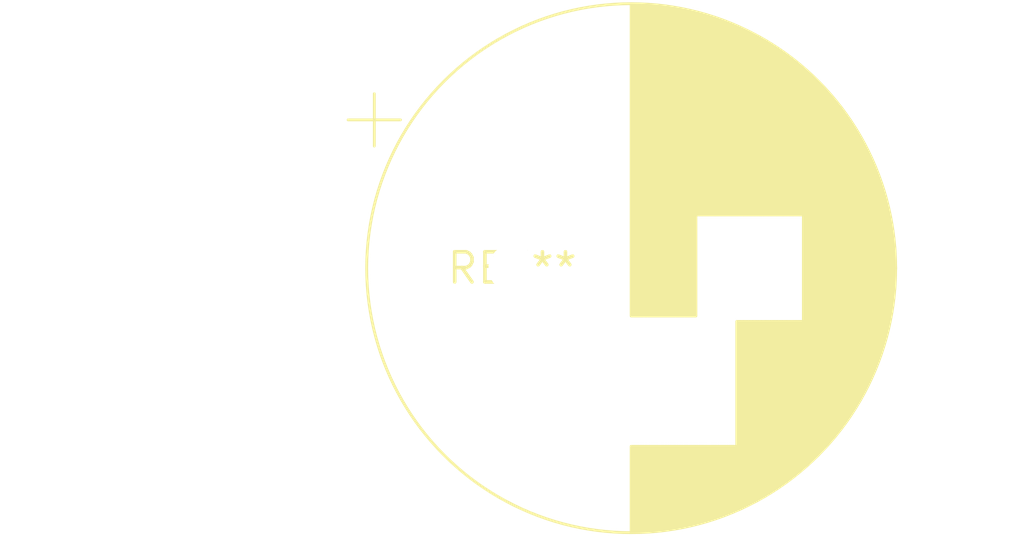
<source format=kicad_pcb>
(kicad_pcb (version 20240108) (generator pcbnew)
  (layers (0 "F.Cu" signal) (31 "B.Cu" signal) (34 "B.Paste" user) (35 "F.Paste" user) (36 "B.SilkS" user "B.Silkscreen") (37 "F.SilkS" user "F.Silkscreen") (38 "B.Mask" user) (39 "F.Mask" user) (44 "Edge.Cuts" user))
  (net 0 "")
  (footprint "CP_Radial_D22.0mm_P10.00mm_3pin_SnapIn" (layer "F.Cu") (at 0 0)
    (property "Reference" "REF**")
    (property "Value" "CP_Radial_D22.0mm_P10.00mm_3pin_SnapIn")
    (fp_line (start -6.899337 -6.235) (end -4.699337 -6.235) (layer "F.SilkS") (stroke (width 0.12)))
    (fp_line (start -5.799337 -7.335) (end -5.799337 -5.135) (layer "F.SilkS") (stroke (width 0.12)))
    (fp_line (start 5 -11.081) (end 5 2.01) (layer "F.SilkS") (stroke (width 0.12)))
    (fp_line (start 5 7.49) (end 5 11.081) (layer "F.SilkS") (stroke (width 0.12)))
    (fp_line (start 5.04 -11.08) (end 5.04 2.01) (layer "F.SilkS") (stroke (width 0.12)))
    (fp_line (start 5.04 7.49) (end 5.04 11.08) (layer "F.SilkS") (stroke (width 0.12)))
    (fp_line (start 5.08 -11.08) (end 5.08 2.01) (layer "F.SilkS") (stroke (width 0.12)))
    (fp_line (start 5.08 7.49) (end 5.08 11.08) (layer "F.SilkS") (stroke (width 0.12)))
    (fp_line (start 5.12 -11.08) (end 5.12 2.01) (layer "F.SilkS") (stroke (width 0.12)))
    (fp_line (start 5.12 7.49) (end 5.12 11.08) (layer "F.SilkS") (stroke (width 0.12)))
    (fp_line (start 5.16 -11.079) (end 5.16 2.01) (layer "F.SilkS") (stroke (width 0.12)))
    (fp_line (start 5.16 7.49) (end 5.16 11.079) (layer "F.SilkS") (stroke (width 0.12)))
    (fp_line (start 5.2 -11.079) (end 5.2 2.01) (layer "F.SilkS") (stroke (width 0.12)))
    (fp_line (start 5.2 7.49) (end 5.2 11.079) (layer "F.SilkS") (stroke (width 0.12)))
    (fp_line (start 5.24 -11.078) (end 5.24 2.01) (layer "F.SilkS") (stroke (width 0.12)))
    (fp_line (start 5.24 7.49) (end 5.24 11.078) (layer "F.SilkS") (stroke (width 0.12)))
    (fp_line (start 5.28 -11.077) (end 5.28 2.01) (layer "F.SilkS") (stroke (width 0.12)))
    (fp_line (start 5.28 7.49) (end 5.28 11.077) (layer "F.SilkS") (stroke (width 0.12)))
    (fp_line (start 5.32 -11.076) (end 5.32 2.01) (layer "F.SilkS") (stroke (width 0.12)))
    (fp_line (start 5.32 7.49) (end 5.32 11.076) (layer "F.SilkS") (stroke (width 0.12)))
    (fp_line (start 5.36 -11.075) (end 5.36 2.01) (layer "F.SilkS") (stroke (width 0.12)))
    (fp_line (start 5.36 7.49) (end 5.36 11.075) (layer "F.SilkS") (stroke (width 0.12)))
    (fp_line (start 5.4 -11.073) (end 5.4 2.01) (layer "F.SilkS") (stroke (width 0.12)))
    (fp_line (start 5.4 7.49) (end 5.4 11.073) (layer "F.SilkS") (stroke (width 0.12)))
    (fp_line (start 5.44 -11.072) (end 5.44 2.01) (layer "F.SilkS") (stroke (width 0.12)))
    (fp_line (start 5.44 7.49) (end 5.44 11.072) (layer "F.SilkS") (stroke (width 0.12)))
    (fp_line (start 5.48 -11.07) (end 5.48 2.01) (layer "F.SilkS") (stroke (width 0.12)))
    (fp_line (start 5.48 7.49) (end 5.48 11.07) (layer "F.SilkS") (stroke (width 0.12)))
    (fp_line (start 5.52 -11.068) (end 5.52 2.01) (layer "F.SilkS") (stroke (width 0.12)))
    (fp_line (start 5.52 7.49) (end 5.52 11.068) (layer "F.SilkS") (stroke (width 0.12)))
    (fp_line (start 5.56 -11.066) (end 5.56 2.01) (layer "F.SilkS") (stroke (width 0.12)))
    (fp_line (start 5.56 7.49) (end 5.56 11.066) (layer "F.SilkS") (stroke (width 0.12)))
    (fp_line (start 5.6 -11.064) (end 5.6 2.01) (layer "F.SilkS") (stroke (width 0.12)))
    (fp_line (start 5.6 7.49) (end 5.6 11.064) (layer "F.SilkS") (stroke (width 0.12)))
    (fp_line (start 5.64 -11.062) (end 5.64 2.01) (layer "F.SilkS") (stroke (width 0.12)))
    (fp_line (start 5.64 7.49) (end 5.64 11.062) (layer "F.SilkS") (stroke (width 0.12)))
    (fp_line (start 5.68 -11.06) (end 5.68 2.01) (layer "F.SilkS") (stroke (width 0.12)))
    (fp_line (start 5.68 7.49) (end 5.68 11.06) (layer "F.SilkS") (stroke (width 0.12)))
    (fp_line (start 5.721 -11.057) (end 5.721 2.01) (layer "F.SilkS") (stroke (width 0.12)))
    (fp_line (start 5.721 7.49) (end 5.721 11.057) (layer "F.SilkS") (stroke (width 0.12)))
    (fp_line (start 5.761 -11.054) (end 5.761 2.01) (layer "F.SilkS") (stroke (width 0.12)))
    (fp_line (start 5.761 7.49) (end 5.761 11.054) (layer "F.SilkS") (stroke (width 0.12)))
    (fp_line (start 5.801 -11.052) (end 5.801 2.01) (layer "F.SilkS") (stroke (width 0.12)))
    (fp_line (start 5.801 7.49) (end 5.801 11.052) (layer "F.SilkS") (stroke (width 0.12)))
    (fp_line (start 5.841 -11.049) (end 5.841 2.01) (layer "F.SilkS") (stroke (width 0.12)))
    (fp_line (start 5.841 7.49) (end 5.841 11.049) (layer "F.SilkS") (stroke (width 0.12)))
    (fp_line (start 5.881 -11.046) (end 5.881 2.01) (layer "F.SilkS") (stroke (width 0.12)))
    (fp_line (start 5.881 7.49) (end 5.881 11.046) (layer "F.SilkS") (stroke (width 0.12)))
    (fp_line (start 5.921 -11.042) (end 5.921 2.01) (layer "F.SilkS") (stroke (width 0.12)))
    (fp_line (start 5.921 7.49) (end 5.921 11.042) (layer "F.SilkS") (stroke (width 0.12)))
    (fp_line (start 5.961 -11.039) (end 5.961 2.01) (layer "F.SilkS") (stroke (width 0.12)))
    (fp_line (start 5.961 7.49) (end 5.961 11.039) (layer "F.SilkS") (stroke (width 0.12)))
    (fp_line (start 6.001 -11.035) (end 6.001 2.01) (layer "F.SilkS") (stroke (width 0.12)))
    (fp_line (start 6.001 7.49) (end 6.001 11.035) (layer "F.SilkS") (stroke (width 0.12)))
    (fp_line (start 6.041 -11.032) (end 6.041 2.01) (layer "F.SilkS") (stroke (width 0.12)))
    (fp_line (start 6.041 7.49) (end 6.041 11.032) (layer "F.SilkS") (stroke (width 0.12)))
    (fp_line (start 6.081 -11.028) (end 6.081 2.01) (layer "F.SilkS") (stroke (width 0.12)))
    (fp_line (start 6.081 7.49) (end 6.081 11.028) (layer "F.SilkS") (stroke (width 0.12)))
    (fp_line (start 6.121 -11.024) (end 6.121 2.01) (layer "F.SilkS") (stroke (width 0.12)))
    (fp_line (start 6.121 7.49) (end 6.121 11.024) (layer "F.SilkS") (stroke (width 0.12)))
    (fp_line (start 6.161 -11.02) (end 6.161 2.01) (layer "F.SilkS") (stroke (width 0.12)))
    (fp_line (start 6.161 7.49) (end 6.161 11.02) (layer "F.SilkS") (stroke (width 0.12)))
    (fp_line (start 6.201 -11.016) (end 6.201 2.01) (layer "F.SilkS") (stroke (width 0.12)))
    (fp_line (start 6.201 7.49) (end 6.201 11.016) (layer "F.SilkS") (stroke (width 0.12)))
    (fp_line (start 6.241 -11.011) (end 6.241 2.01) (layer "F.SilkS") (stroke (width 0.12)))
    (fp_line (start 6.241 7.49) (end 6.241 11.011) (layer "F.SilkS") (stroke (width 0.12)))
    (fp_line (start 6.281 -11.007) (end 6.281 2.01) (layer "F.SilkS") (stroke (width 0.12)))
    (fp_line (start 6.281 7.49) (end 6.281 11.007) (layer "F.SilkS") (stroke (width 0.12)))
    (fp_line (start 6.321 -11.002) (end 6.321 2.01) (layer "F.SilkS") (stroke (width 0.12)))
    (fp_line (start 6.321 7.49) (end 6.321 11.002) (layer "F.SilkS") (stroke (width 0.12)))
    (fp_line (start 6.361 -10.997) (end 6.361 2.01) (layer "F.SilkS") (stroke (width 0.12)))
    (fp_line (start 6.361 7.49) (end 6.361 10.997) (layer "F.SilkS") (stroke (width 0.12)))
    (fp_line (start 6.401 -10.992) (end 6.401 2.01) (layer "F.SilkS") (stroke (width 0.12)))
    (fp_line (start 6.401 7.49) (end 6.401 10.992) (layer "F.SilkS") (stroke (width 0.12)))
    (fp_line (start 6.441 -10.987) (end 6.441 2.01) (layer "F.SilkS") (stroke (width 0.12)))
    (fp_line (start 6.441 7.49) (end 6.441 10.987) (layer "F.SilkS") (stroke (width 0.12)))
    (fp_line (start 6.481 -10.982) (end 6.481 2.01) (layer "F.SilkS") (stroke (width 0.12)))
    (fp_line (start 6.481 7.49) (end 6.481 10.982) (layer "F.SilkS") (stroke (width 0.12)))
    (fp_line (start 6.521 -10.976) (end 6.521 2.01) (layer "F.SilkS") (stroke (width 0.12)))
    (fp_line (start 6.521 7.49) (end 6.521 10.976) (layer "F.SilkS") (stroke (width 0.12)))
    (fp_line (start 6.561 -10.971) (end 6.561 2.01) (layer "F.SilkS") (stroke (width 0.12)))
    (fp_line (start 6.561 7.49) (end 6.561 10.971) (layer "F.SilkS") (stroke (width 0.12)))
    (fp_line (start 6.601 -10.965) (end 6.601 2.01) (layer "F.SilkS") (stroke (width 0.12)))
    (fp_line (start 6.601 7.49) (end 6.601 10.965) (layer "F.SilkS") (stroke (width 0.12)))
    (fp_line (start 6.641 -10.959) (end 6.641 2.01) (layer "F.SilkS") (stroke (width 0.12)))
    (fp_line (start 6.641 7.49) (end 6.641 10.959) (layer "F.SilkS") (stroke (width 0.12)))
    (fp_line (start 6.681 -10.953) (end 6.681 2.01) (layer "F.SilkS") (stroke (width 0.12)))
    (fp_line (start 6.681 7.49) (end 6.681 10.953) (layer "F.SilkS") (stroke (width 0.12)))
    (fp_line (start 6.721 -10.947) (end 6.721 2.01) (layer "F.SilkS") (stroke (width 0.12)))
    (fp_line (start 6.721 7.49) (end 6.721 10.947) (layer "F.SilkS") (stroke (width 0.12)))
    (fp_line (start 6.761 -10.94) (end 6.761 2.01) (layer "F.SilkS") (stroke (width 0.12)))
    (fp_line (start 6.761 7.49) (end 6.761 10.94) (layer "F.SilkS") (stroke (width 0.12)))
    (fp_line (start 6.801 -10.934) (end 6.801 2.01) (layer "F.SilkS") (stroke (width 0.12)))
    (fp_line (start 6.801 7.49) (end 6.801 10.934) (layer "F.SilkS") (stroke (width 0.12)))
    (fp_line (start 6.841 -10.927) (end 6.841 2.01) (layer "F.SilkS") (stroke (width 0.12)))
    (fp_line (start 6.841 7.49) (end 6.841 10.927) (layer "F.SilkS") (stroke (width 0.12)))
    (fp_line (start 6.881 -10.92) (end 6.881 2.01) (layer "F.SilkS") (stroke (width 0.12)))
    (fp_line (start 6.881 7.49) (end 6.881 10.92) (layer "F.SilkS") (stroke (width 0.12)))
    (fp_line (start 6.921 -10.913) (end 6.921 2.01) (layer "F.SilkS") (stroke (width 0.12)))
    (fp_line (start 6.921 7.49) (end 6.921 10.913) (layer "F.SilkS") (stroke (width 0.12)))
    (fp_line (start 6.961 -10.906) (end 6.961 2.01) (layer "F.SilkS") (stroke (width 0.12)))
    (fp_line (start 6.961 7.49) (end 6.961 10.906) (layer "F.SilkS") (stroke (width 0.12)))
    (fp_line (start 7.001 -10.899) (end 7.001 2.01) (layer "F.SilkS") (stroke (width 0.12)))
    (fp_line (start 7.001 7.49) (end 7.001 10.899) (layer "F.SilkS") (stroke (width 0.12)))
    (fp_line (start 7.041 -10.892) (end 7.041 2.01) (layer "F.SilkS") (stroke (width 0.12)))
    (fp_line (start 7.041 7.49) (end 7.041 10.892) (layer "F.SilkS") (stroke (width 0.12)))
    (fp_line (start 7.081 -10.884) (end 7.081 2.01) (layer "F.SilkS") (stroke (width 0.12)))
    (fp_line (start 7.081 7.49) (end 7.081 10.884) (layer "F.SilkS") (stroke (width 0.12)))
    (fp_line (start 7.121 -10.877) (end 7.121 2.01) (layer "F.SilkS") (stroke (width 0.12)))
    (fp_line (start 7.121 7.49) (end 7.121 10.877) (layer "F.SilkS") (stroke (width 0.12)))
    (fp_line (start 7.161 -10.869) (end 7.161 2.01) (layer "F.SilkS") (stroke (width 0.12)))
    (fp_line (start 7.161 7.49) (end 7.161 10.869) (layer "F.SilkS") (stroke (width 0.12)))
    (fp_line (start 7.201 -10.861) (end 7.201 2.01) (layer "F.SilkS") (stroke (width 0.12)))
    (fp_line (start 7.201 7.49) (end 7.201 10.861) (layer "F.SilkS") (stroke (width 0.12)))
    (fp_line (start 7.241 -10.853) (end 7.241 2.01) (layer "F.SilkS") (stroke (width 0.12)))
    (fp_line (start 7.241 7.49) (end 7.241 10.853) (layer "F.SilkS") (stroke (width 0.12)))
    (fp_line (start 7.281 -10.844) (end 7.281 2.01) (layer "F.SilkS") (stroke (width 0.12)))
    (fp_line (start 7.281 7.49) (end 7.281 10.844) (layer "F.SilkS") (stroke (width 0.12)))
    (fp_line (start 7.321 -10.836) (end 7.321 2.01) (layer "F.SilkS") (stroke (width 0.12)))
    (fp_line (start 7.321 7.49) (end 7.321 10.836) (layer "F.SilkS") (stroke (width 0.12)))
    (fp_line (start 7.361 -10.827) (end 7.361 2.01) (layer "F.SilkS") (stroke (width 0.12)))
    (fp_line (start 7.361 7.49) (end 7.361 10.827) (layer "F.SilkS") (stroke (width 0.12)))
    (fp_line (start 7.401 -10.818) (end 7.401 2.01) (layer "F.SilkS") (stroke (width 0.12)))
    (fp_line (start 7.401 7.49) (end 7.401 10.818) (layer "F.SilkS") (stroke (width 0.12)))
    (fp_line (start 7.441 -10.809) (end 7.441 2.01) (layer "F.SilkS") (stroke (width 0.12)))
    (fp_line (start 7.441 7.49) (end 7.441 10.809) (layer "F.SilkS") (stroke (width 0.12)))
    (fp_line (start 7.481 -10.8) (end 7.481 2.01) (layer "F.SilkS") (stroke (width 0.12)))
    (fp_line (start 7.481 7.49) (end 7.481 10.8) (layer "F.SilkS") (stroke (width 0.12)))
    (fp_line (start 7.521 -10.791) (end 7.521 2.01) (layer "F.SilkS") (stroke (width 0.12)))
    (fp_line (start 7.521 7.49) (end 7.521 10.791) (layer "F.SilkS") (stroke (width 0.12)))
    (fp_line (start 7.561 -10.782) (end 7.561 2.01) (layer "F.SilkS") (stroke (width 0.12)))
    (fp_line (start 7.561 7.49) (end 7.561 10.782) (layer "F.SilkS") (stroke (width 0.12)))
    (fp_line (start 7.601 -10.772) (end 7.601 2.01) (layer "F.SilkS") (stroke (width 0.12)))
    (fp_line (start 7.601 7.49) (end 7.601 10.772) (layer "F.SilkS") (stroke (width 0.12)))
    (fp_line (start 7.641 -10.763) (end 7.641 2.01) (layer "F.SilkS") (stroke (width 0.12)))
    (fp_line (start 7.641 7.49) (end 7.641 10.763) (layer "F.SilkS") (stroke (width 0.12)))
    (fp_line (start 7.681 -10.753) (end 7.681 2.01) (layer "F.SilkS") (stroke (width 0.12)))
    (fp_line (start 7.681 7.49) (end 7.681 10.753) (layer "F.SilkS") (stroke (width 0.12)))
    (fp_line (start 7.721 -10.743) (end 7.721 2.01) (layer "F.SilkS") (stroke (width 0.12)))
    (fp_line (start 7.721 7.49) (end 7.721 10.743) (layer "F.SilkS") (stroke (width 0.12)))
    (fp_line (start 7.761 -10.733) (end 7.761 -2.24) (layer "F.SilkS") (stroke (width 0.12)))
    (fp_line (start 7.761 7.49) (end 7.761 10.733) (layer "F.SilkS") (stroke (width 0.12)))
    (fp_line (start 7.801 -10.722) (end 7.801 -2.24) (layer "F.SilkS") (stroke (width 0.12)))
    (fp_line (start 7.801 7.49) (end 7.801 10.722) (layer "F.SilkS") (stroke (width 0.12)))
    (fp_line (start 7.841 -10.712) (end 7.841 -2.24) (layer "F.SilkS") (stroke (width 0.12)))
    (fp_line (start 7.841 7.49) (end 7.841 10.712) (layer "F.SilkS") (stroke (width 0.12)))
    (fp_line (start 7.881 -10.701) (end 7.881 -2.24) (layer "F.SilkS") (stroke (width 0.12)))
    (fp_line (start 7.881 7.49) (end 7.881 10.701) (layer "F.SilkS") (stroke (width 0.12)))
    (fp_line (start 7.921 -10.69) (end 7.921 -2.24) (layer "F.SilkS") (stroke (width 0.12)))
    (fp_line (start 7.921 7.49) (end 7.921 10.69) (layer "F.SilkS") (stroke (width 0.12)))
    (fp_line (start 7.961 -10.679) (end 7.961 -2.24) (layer "F.SilkS") (stroke (width 0.12)))
    (fp_line (start 7.961 7.49) (end 7.961 10.679) (layer "F.SilkS") (stroke (width 0.12)))
    (fp_line (start 8.001 -10.668) (end 8.001 -2.24) (layer "F.SilkS") (stroke (width 0.12)))
    (fp_line (start 8.001 7.49) (end 8.001 10.668) (layer "F.SilkS") (stroke (width 0.12)))
    (fp_line (start 8.041 -10.657) (end 8.041 -2.24) (layer "F.SilkS") (stroke (width 0.12)))
    (fp_line (start 8.041 7.49) (end 8.041 10.657) (layer "F.SilkS") (stroke (width 0.12)))
    (fp_line (start 8.081 -10.645) (end 8.081 -2.24) (layer "F.SilkS") (stroke (width 0.12)))
    (fp_line (start 8.081 7.49) (end 8.081 10.645) (layer "F.SilkS") (stroke (width 0.12)))
    (fp_line (start 8.121 -10.634) (end 8.121 -2.24) (layer "F.SilkS") (stroke (width 0.12)))
    (fp_line (start 8.121 7.49) (end 8.121 10.634) (layer "F.SilkS") (stroke (width 0.12)))
    (fp_line (start 8.161 -10.622) (end 8.161 -2.24) (layer "F.SilkS") (stroke (width 0.12)))
    (fp_line (start 8.161 7.49) (end 8.161 10.622) (layer "F.SilkS") (stroke (width 0.12)))
    (fp_line (start 8.201 -10.61) (end 8.201 -2.24) (layer "F.SilkS") (stroke (width 0.12)))
    (fp_line (start 8.201 7.49) (end 8.201 10.61) (layer "F.SilkS") (stroke (width 0.12)))
    (fp_line (start 8.241 -10.598) (end 8.241 -2.24) (layer "F.SilkS") (stroke (width 0.12)))
    (fp_line (start 8.241 7.49) (end 8.241 10.598) (layer "F.SilkS") (stroke (width 0.12)))
    (fp_line (start 8.281 -10.586) (end 8.281 -2.24) (layer "F.SilkS") (stroke (width 0.12)))
    (fp_line (start 8.281 7.49) (end 8.281 10.586) (layer "F.SilkS") (stroke (width 0.12)))
    (fp_line (start 8.321 -10.573) (end 8.321 -2.24) (layer "F.SilkS") (stroke (width 0.12)))
    (fp_line (start 8.321 7.49) (end 8.321 10.573) (layer "F.SilkS") (stroke (width 0.12)))
    (fp_line (start 8.361 -10.561) (end 8.361 -2.24) (layer "F.SilkS") (stroke (width 0.12)))
    (fp_line (start 8.361 7.49) (end 8.361 10.561) (layer "F.SilkS") (stroke (width 0.12)))
    (fp_line (start 8.401 -10.548) (end 8.401 -2.24) (layer "F.SilkS") (stroke (width 0.12)))
    (fp_line (start 8.401 7.49) (end 8.401 10.548) (layer "F.SilkS") (stroke (width 0.12)))
    (fp_line (start 8.441 -10.535) (end 8.441 -2.24) (layer "F.SilkS") (stroke (width 0.12)))
    (fp_line (start 8.441 7.49) (end 8.441 10.535) (layer "F.SilkS") (stroke (width 0.12)))
    (fp_line (start 8.481 -10.522) (end 8.481 -2.24) (layer "F.SilkS") (stroke (width 0.12)))
    (fp_line (start 8.481 7.49) (end 8.481 10.522) (layer "F.SilkS") (stroke (width 0.12)))
    (fp_line (start 8.521 -10.509) (end 8.521 -2.24) (layer "F.SilkS") (stroke (width 0.12)))
    (fp_line (start 8.521 7.49) (end 8.521 10.509) (layer "F.SilkS") (stroke (width 0.12)))
    (fp_line (start 8.561 -10.495) (end 8.561 -2.24) (layer "F.SilkS") (stroke (width 0.12)))
    (fp_line (start 8.561 7.49) (end 8.561 10.495) (layer "F.SilkS") (stroke (width 0.12)))
    (fp_line (start 8.601 -10.482) (end 8.601 -2.24) (layer "F.SilkS") (stroke (width 0.12)))
    (fp_line (start 8.601 7.49) (end 8.601 10.482) (layer "F.SilkS") (stroke (width 0.12)))
    (fp_line (start 8.641 -10.468) (end 8.641 -2.24) (layer "F.SilkS") (stroke (width 0.12)))
    (fp_line (start 8.641 7.49) (end 8.641 10.468) (layer "F.SilkS") (stroke (width 0.12)))
    (fp_line (start 8.681 -10.454) (end 8.681 -2.24) (layer "F.SilkS") (stroke (width 0.12)))
    (fp_line (start 8.681 7.49) (end 8.681 10.454) (layer "F.SilkS") (stroke (width 0.12)))
    (fp_line (start 8.721 -10.44) (end 8.721 -2.24) (layer "F.SilkS") (stroke (width 0.12)))
    (fp_line (start 8.721 7.49) (end 8.721 10.44) (layer "F.SilkS") (stroke (width 0.12)))
    (fp_line (start 8.761 -10.426) (end 8.761 -2.24) (layer "F.SilkS") (stroke (width 0.12)))
    (fp_line (start 8.761 7.49) (end 8.761 10.426) (layer "F.SilkS") (stroke (width 0.12)))
    (fp_line (start 8.801 -10.411) (end 8.801 -2.24) (layer "F.SilkS") (stroke (width 0.12)))
    (fp_line (start 8.801 7.49) (end 8.801 10.411) (layer "F.SilkS") (stroke (width 0.12)))
    (fp_line (start 8.841 -10.396) (end 8.841 -2.24) (layer "F.SilkS") (stroke (width 0.12)))
    (fp_line (start 8.841 7.49) (end 8.841 10.396) (layer "F.SilkS") (stroke (width 0.12)))
    (fp_line (start 8.881 -10.382) (end 8.881 -2.24) (layer "F.SilkS") (stroke (width 0.12)))
    (fp_line (start 8.881 7.49) (end 8.881 10.382) (layer "F.SilkS") (stroke (width 0.12)))
    (fp_line (start 8.921 -10.367) (end 8.921 -2.24) (layer "F.SilkS") (stroke (width 0.12)))
    (fp_line (start 8.921 7.49) (end 8.921 10.367) (layer "F.SilkS") (stroke (width 0.12)))
    (fp_line (start 8.961 -10.351) (end 8.961 -2.24) (layer "F.SilkS") (stroke (width 0.12)))
    (fp_line (start 8.961 7.49) (end 8.961 10.351) (layer "F.SilkS") (stroke (width 0.12)))
    (fp_line (start 9.001 -10.336) (end 9.001 -2.24) (layer "F.SilkS") (stroke (width 0.12)))
    (fp_line (start 9.001 7.49) (end 9.001 10.336) (layer "F.SilkS") (stroke (width 0.12)))
    (fp_line (start 9.041 -10.321) (end 9.041 -2.24) (layer "F.SilkS") (stroke (width 0.12)))
    (fp_line (start 9.041 7.49) (end 9.041 10.321) (layer "F.SilkS") (stroke (width 0.12)))
    (fp_line (start 9.081 -10.305) (end 9.081 -2.24) (layer "F.SilkS") (stroke (width 0.12)))
    (fp_line (start 9.081 7.49) (end 9.081 10.305) (layer "F.SilkS") (stroke (width 0.12)))
    (fp_line (start 9.121 -10.289) (end 9.121 -2.24) (layer "F.SilkS") (stroke (width 0.12)))
    (fp_line (start 9.121 7.49) (end 9.121 10.289) (layer "F.SilkS") (stroke (width 0.12)))
    (fp_line (start 9.161 -10.273) (end 9.161 -2.24) (layer "F.SilkS") (stroke (width 0.12)))
    (fp_line (start 9.161 7.49) (end 9.161 10.273) (layer "F.SilkS") (stroke (width 0.12)))
    (fp_line (start 9.201 -10.257) (end 9.201 -2.24) (layer "F.SilkS") (stroke (width 0.12)))
    (fp_line (start 9.201 7.49) (end 9.201 10.257) (layer "F.SilkS") (stroke (width 0.12)))
    (fp_line (start 9.241 -10.24) (end 9.241 -2.24) (layer "F.SilkS") (stroke (width 0.12)))
    (fp_line (start 9.241 7.49) (end 9.241 10.24) (layer "F.SilkS") (stroke (width 0.12)))
    (fp_line (start 9.281 -10.224) (end 9.281 -2.24) (layer "F.SilkS") (stroke (width 0.12)))
    (fp_line (start 9.281 7.49) (end 9.281 10.224) (layer "F.SilkS") (stroke (width 0.12)))
    (fp_line (start 9.321 -10.207) (end 9.321 -2.24) (layer "F.SilkS") (stroke (width 0.12)))
    (fp_line (start 9.321 7.49) (end 9.321 10.207) (layer "F.SilkS") (stroke (width 0.12)))
    (fp_line (start 9.361 -10.19) (end 9.361 -2.24) (layer "F.SilkS") (stroke (width 0.12)))
    (fp_line (start 9.361 7.49) (end 9.361 10.19) (layer "F.SilkS") (stroke (width 0.12)))
    (fp_line (start 9.401 -10.173) (end 9.401 -2.24) (layer "F.SilkS") (stroke (width 0.12)))
    (fp_line (start 9.401 7.49) (end 9.401 10.173) (layer "F.SilkS") (stroke (width 0.12)))
    (fp_line (start 9.441 -10.156) (end 9.441 -2.24) (layer "F.SilkS") (stroke (width 0.12)))
    (fp_line (start 9.441 2.24) (end 9.441 10.156) (layer "F.SilkS") (stroke (width 0.12)))
    (fp_line (start 9.481 -10.138) (end 9.481 -2.24) (layer "F.SilkS") (stroke (width 0.12)))
    (fp_line (start 9.481 2.24) (end 9.481 10.138) (layer "F.SilkS") (stroke (width 0.12)))
    (fp_line (start 9.521 -10.12) (end 9.521 -2.24) (layer "F.SilkS") (stroke (width 0.12)))
    (fp_line (start 9.521 2.24) (end 9.521 10.12) (layer "F.SilkS") (stroke (width 0.12)))
    (fp_line (start 9.561 -10.103) (end 9.561 -2.24) (layer "F.SilkS") (stroke (width 0.12)))
    (fp_line (start 9.561 2.24) (end 9.561 10.103) (layer "F.SilkS") (stroke (width 0.12)))
    (fp_line (start 9.601 -10.084) (end 9.601 -2.24) (layer "F.SilkS") (stroke (width 0.12)))
    (fp_line (start 9.601 2.24) (end 9.601 10.084) (layer "F.SilkS") (stroke (width 0.12)))
    (fp_line (start 9.641 -10.066) (end 9.641 -2.24) (layer "F.SilkS") (stroke (width 0.12)))
    (fp_line (start 9.641 2.24) (end 9.641 10.066) (layer "F.SilkS") (stroke (width 0.12)))
    (fp_line (start 9.681 -10.048) (end 9.681 -2.24) (layer "F.SilkS") (stroke (width 0.12)))
    (fp_line (start 9.681 2.24) (end 9.681 10.048) (layer "F.SilkS") (stroke (width 0.12)))
    (fp_line (start 9.721 -10.029) (end 9.721 -2.24) (layer "F.SilkS") (stroke (width 0.12)))
    (fp_line (start 9.721 2.24) (end 9.721 10.029) (layer "F.SilkS") (stroke (width 0.12)))
    (fp_line (start 9.761 -10.01) (end 9.761 -2.24) (layer "F.SilkS") (stroke (width 0.12)))
    (fp_line (start 9.761 2.24) (end 9.761 10.01) (layer "F.SilkS") (stroke (width 0.12)))
    (fp_line (start 9.801 -9.991) (end 9.801 -2.24) (layer "F.SilkS") (stroke (width 0.12)))
    (fp_line (start 9.801 2.24) (end 9.801 9.991) (layer "F.SilkS") (stroke (width 0.12)))
    (fp_line (start 9.841 -9.972) (end 9.841 -2.24) (layer "F.SilkS") (stroke (width 0.12)))
    (fp_line (start 9.841 2.24) (end 9.841 9.972) (layer "F.SilkS") (stroke (width 0.12)))
    (fp_line (start 9.881 -9.952) (end 9.881 -2.24) (layer "F.SilkS") (stroke (width 0.12)))
    (fp_line (start 9.881 2.24) (end 9.881 9.952) (layer "F.SilkS") (stroke (width 0.12)))
    (fp_line (start 9.921 -9.933) (end 9.921 -2.24) (layer "F.SilkS") (stroke (width 0.12)))
    (fp_line (start 9.921 2.24) (end 9.921 9.933) (layer "F.SilkS") (stroke (width 0.12)))
    (fp_line (start 9.961 -9.913) (end 9.961 -2.24) (layer "F.SilkS") (stroke (width 0.12)))
    (fp_line (start 9.961 2.24) (end 9.961 9.913) (layer "F.SilkS") (stroke (width 0.12)))
    (fp_line (start 10.001 -9.893) (end 10.001 -2.24) (layer "F.SilkS") (stroke (width 0.12)))
    (fp_line (start 10.001 2.24) (end 10.001 9.893) (layer "F.SilkS") (stroke (width 0.12)))
    (fp_line (start 10.041 -9.873) (end 10.041 -2.24) (layer "F.SilkS") (stroke (width 0.12)))
    (fp_line (start 10.041 2.24) (end 10.041 9.873) (layer "F.SilkS") (stroke (width 0.12)))
    (fp_line (start 10.081 -9.852) (end 10.081 -2.24) (layer "F.SilkS") (stroke (width 0.12)))
    (fp_line (start 10.081 2.24) (end 10.081 9.852) (layer "F.SilkS") (stroke (width 0.12)))
    (fp_line (start 10.121 -9.832) (end 10.121 -2.24) (layer "F.SilkS") (stroke (width 0.12)))
    (fp_line (start 10.121 2.24) (end 10.121 9.832) (layer "F.SilkS") (stroke (width 0.12)))
    (fp_line (start 10.161 -9.811) (end 10.161 -2.24) (layer "F.SilkS") (stroke (width 0.12)))
    (fp_line (start 10.161 2.24) (end 10.161 9.811) (layer "F.SilkS") (stroke (width 0.12)))
    (fp_line (start 10.201 -9.79) (end 10.201 -2.24) (layer "F.SilkS") (stroke (width 0.12)))
    (fp_line (start 10.201 2.24) (end 10.201 9.79) (layer "F.SilkS") (stroke (width 0.12)))
    (fp_line (start 10.241 -9.768) (end 10.241 -2.24) (layer "F.SilkS") (stroke (width 0.12)))
    (fp_line (start 10.241 2.24) (end 10.241 9.768) (layer "F.SilkS") (stroke (width 0.12)))
    (fp_line (start 10.281 -9.747) (end 10.281 -2.24) (layer "F.SilkS") (stroke (width 0.12)))
    (fp_line (start 10.281 2.24) (end 10.281 9.747) (layer "F.SilkS") (stroke (width 0.12)))
    (fp_line (start 10.321 -9.725) (end 10.321 -2.24) (layer "F.SilkS") (stroke (width 0.12)))
    (fp_line (start 10.321 2.24) (end 10.321 9.725) (layer "F.SilkS") (stroke (width 0.12)))
    (fp_line (start 10.361 -9.703) (end 10.361 -2.24) (layer "F.SilkS") (stroke (width 0.12)))
    (fp_line (start 10.361 2.24) (end 10.361 9.703) (layer "F.SilkS") (stroke (width 0.12)))
    (fp_line (start 10.401 -9.681) (end 10.401 -2.24) (layer "F.SilkS") (stroke (width 0.12)))
    (fp_line (start 10.401 2.24) (end 10.401 9.681) (layer "F.SilkS") (stroke (width 0.12)))
    (fp_line (start 10.441 -9.659) (end 10.441 -2.24) (layer "F.SilkS") (stroke (width 0.12)))
    (fp_line (start 10.441 2.24) (end 10.441 9.659) (layer "F.SilkS") (stroke (width 0.12)))
    (fp_line (start 10.481 -9.636) (end 10.481 -2.24) (layer "F.SilkS") (stroke (width 0.12)))
    (fp_line (start 10.481 2.24) (end 10.481 9.636) (layer "F.SilkS") (stroke (width 0.12)))
    (fp_line (start 10.521 -9.614) (end 10.521 -2.24) (layer "F.SilkS") (stroke (width 0.12)))
    (fp_line (start 10.521 2.24) (end 10.521 9.614) (layer "F.SilkS") (stroke (width 0.12)))
    (fp_line (start 10.561 -9.591) (end 10.561 -2.24) (layer "F.SilkS") (stroke (width 0.12)))
    (fp_line (start 10.561 2.24) (end 10.561 9.591) (layer "F.SilkS") (stroke (width 0.12)))
    (fp_line (start 10.601 -9.567) (end 10.601 -2.24) (layer "F.SilkS") (stroke (width 0.12)))
    (fp_line (start 10.601 2.24) (end 10.601 9.567) (layer "F.SilkS") (stroke (width 0.12)))
    (fp_line (start 10.641 -9.544) (end 10.641 -2.24) (layer "F.SilkS") (stroke (width 0.12)))
    (fp_line (start 10.641 2.24) (end 10.641 9.544) (layer "F.SilkS") (stroke (width 0.12)))
    (fp_line (start 10.681 -9.52) (end 10.681 -2.24) (layer "F.SilkS") (stroke (width 0.12)))
    (fp_line (start 10.681 2.24) (end 10.681 9.52) (layer "F.SilkS") (stroke (width 0.12)))
    (fp_line (start 10.721 -9.497) (end 10.721 -2.24) (layer "F.SilkS") (stroke (width 0.12)))
    (fp_line (start 10.721 2.24) (end 10.721 9.497) (layer "F.SilkS") (stroke (width 0.12)))
    (fp_line (start 10.761 -9.472) (end 10.761 -2.24) (layer "F.SilkS") (stroke (width 0.12)))
    (fp_line (start 10.761 2.24) (end 10.761 9.472) (layer "F.SilkS") (stroke (width 0.12)))
    (fp_line (start 10.801 -9.448) (end 10.801 -2.24) (layer "F.SilkS") (stroke (width 0.12)))
    (fp_line (start 10.801 2.24) (end 10.801 9.448) (layer "F.SilkS") (stroke (width 0.12)))
    (fp_line (start 10.841 -9.424) (end 10.841 -2.24) (layer "F.SilkS") (stroke (width 0.12)))
    (fp_line (start 10.841 2.24) (end 10.841 9.424) (layer "F.SilkS") (stroke (width 0.12)))
    (fp_line (start 10.881 -9.399) (end 10.881 -2.24) (layer "F.SilkS") (stroke (width 0.12)))
    (fp_line (start 10.881 2.24) (end 10.881 9.399) (layer "F.SilkS") (stroke (width 0.12)))
    (fp_line (start 10.921 -9.374) (end 10.921 -2.24) (layer "F.SilkS") (stroke (width 0.12)))
    (fp_line (start 10.921 2.24) (end 10.921 9.374) (layer "F.SilkS") (stroke (width 0.12)))
    (fp_line (start 10.961 -9.348) (end 10.961 -2.24) (layer "F.SilkS") (stroke (width 0.12)))
    (fp_line (start 10.961 2.24) (end 10.961 9.348) (layer "F.SilkS") (stroke (width 0.12)))
    (fp_line (start 11.001 -9.323) (end 11.001 -2.24) (layer "F.SilkS") (stroke (width 0.12)))
    (fp_line (start 11.001 2.24) (end 11.001 9.323) (layer "F.SilkS") (stroke (width 0.12)))
    (fp_line (start 11.041 -9.297) (end 11.041 -2.24) (layer "F.SilkS") (stroke (width 0.12)))
    (fp_line (start 11.041 2.24) (end 11.041 9.297) (layer "F.SilkS") (stroke (width 0.12)))
    (fp_line (start 11.081 -9.271) (end 11.081 -2.24) (layer "F.SilkS") (stroke (width 0.12)))
    (fp_line (start 11.081 2.24) (end 11.081 9.271) (layer "F.SilkS") (stroke (width 0.12)))
    (fp_line (start 11.121 -9.245) (end 11.121 -2.24) (layer "F.SilkS") (stroke (width 0.12)))
    (fp_line (start 11.121 2.24) (end 11.121 9.245) (layer "F.SilkS") (stroke (width 0.12)))
    (fp_line (start 11.161 -9.218) (end 11.161 -2.24) (layer "F.SilkS") (stroke (width 0.12)))
    (fp_line (start 11.161 2.24) (end 11.161 9.218) (layer "F.SilkS") (stroke (width 0.12)))
    (fp_line (start 11.201 -9.192) (end 11.201 -2.24) (layer "F.SilkS") (stroke (width 0.12)))
    (fp_line (start 11.201 2.24) (end 11.201 9.192) (layer "F.SilkS") (stroke (width 0.12)))
    (fp_line (start 11.241 -9.165) (end 11.241 -2.24) (layer "F.SilkS") (stroke (width 0.12)))
    (fp_line (start 11.241 2.24) (end 11.241 9.165) (layer "F.SilkS") (stroke (width 0.12)))
    (fp_line (start 11.281 -9.137) (end 11.281 -2.24) (layer "F.SilkS") (stroke (width 0.12)))
    (fp_line (start 11.281 2.24) (end 11.281 9.137) (layer "F.SilkS") (stroke (width 0.12)))
    (fp_line (start 11.321 -9.11) (end 11.321 -2.24) (layer "F.SilkS") (stroke (width 0.12)))
    (fp_line (start 11.321 2.24) (end 11.321 9.11) (layer "F.SilkS") (stroke (width 0.12)))
    (fp_line (start 11.361 -9.082) (end 11.361 -2.24) (layer "F.SilkS") (stroke (width 0.12)))
    (fp_line (start 11.361 2.24) (end 11.361 9.082) (layer "F.SilkS") (stroke (width 0.12)))
    (fp_line (start 11.401 -9.054) (end 11.401 -2.24) (layer "F.SilkS") (stroke (width 0.12)))
    (fp_line (start 11.401 2.24) (end 11.401 9.054) (layer "F.SilkS") (stroke (width 0.12)))
    (fp_line (start 11.441 -9.026) (end 11.441 -2.24) (layer "F.SilkS") (stroke (width 0.12)))
    (fp_line (start 11.441 2.24) (end 11.441 9.026) (layer "F.SilkS") (stroke (width 0.12)))
    (fp_line (start 11.481 -8.997) (end 11.481 -2.24) (layer "F.SilkS") (stroke (width 0.12)))
    (fp_line (start 11.481 2.24) (end 11.481 8.997) (layer "F.SilkS") (stroke (width 0.12)))
    (fp_line (start 11.521 -8.968) (end 11.521 -2.24) (layer "F.SilkS") (stroke (width 0.12)))
    (fp_line (start 11.521 2.24) (end 11.521 8.968) (layer "F.SilkS") (stroke (width 0.12)))
    (fp_line (start 11.561 -8.939) (end 11.561 -2.24) (layer "F.SilkS") (stroke (width 0.12)))
    (fp_line (start 11.561 2.24) (end 11.561 8.939) (layer "F.SilkS") (stroke (width 0.12)))
    (fp_line (start 11.601 -8.91) (end 11.601 -2.24) (layer "F.SilkS") (stroke (width 0.12)))
    (fp_line (start 11.601 2.24) (end 11.601 8.91) (layer "F.SilkS") (stroke (width 0.12)))
    (fp_line (start 11.641 -8.88) (end 11.641 -2.24) (layer "F.SilkS") (stroke (width 0.12)))
    (fp_line (start 11.641 2.24) (end 11.641 8.88) (layer "F.SilkS") (stroke (width 0.12)))
    (fp_line (start 11.681 -8.85) (end 11.681 -2.24) (layer "F.SilkS") (stroke (width 0.12)))
    (fp_line (start 11.681 2.24) (end 11.681 8.85) (layer "F.SilkS") (stroke (width 0.12)))
    (fp_line (start 11.721 -8.82) (end 11.721 -2.24) (layer "F.SilkS") (stroke (width 0.12)))
    (fp_line (start 11.721 2.24) (end 11.721 8.82) (layer "F.SilkS") (stroke (width 0.12)))
    (fp_line (start 11.761 -8.79) (end 11.761 -2.24) (layer "F.SilkS") (stroke (width 0.12)))
    (fp_line (start 11.761 2.24) (end 11.761 8.79) (layer "F.SilkS") (stroke (width 0.12)))
    (fp_line (start 11.801 -8.759) (end 11.801 -2.24) (layer "F.SilkS") (stroke (width 0.12)))
    (fp_line (start 11.801 2.24) (end 11.801 8.759) (layer "F.SilkS") (stroke (width 0.12)))
    (fp_line (start 11.841 -8.728) (end 11.841 -2.24) (layer "F.SilkS") (stroke (width 0.12)))
    (fp_line (start 11.841 2.24) (end 11.841 8.728) (layer "F.SilkS") (stroke (width 0.12)))
    (fp_line (start 11.881 -8.697) (end 11.881 -2.24) (layer "F.SilkS") (stroke (width 0.12)))
    (fp_line (start 11.881 2.24) (end 11.881 8.697) (layer "F.SilkS") (stroke (width 0.12)))
    (fp_line (start 11.921 -8.665) (end 11.921 -2.24) (layer "F.SilkS") (stroke (width 0.12)))
    (fp_line (start 11.921 2.24) (end 11.921 8.665) (layer "F.SilkS") (stroke (width 0.12)))
    (fp_line (start 11.961 -8.633) (end 11.961 -2.24) (layer "F.SilkS") (stroke (width 0.12)))
    (fp_line (start 11.961 2.24) (end 11.961 8.633) (layer "F.SilkS") (stroke (width 0.12)))
    (fp_line (start 12.001 -8.601) (end 12.001 -2.24) (layer "F.SilkS") (stroke (width 0.12)))
    (fp_line (start 12.001 2.24) (end 12.001 8.601) (layer "F.SilkS") (stroke (width 0.12)))
    (fp_line (start 12.041 -8.568) (end 12.041 -2.24) (layer "F.SilkS") (stroke (width 0.12)))
    (fp_line (start 12.041 2.24) (end 12.041 8.568) (layer "F.SilkS") (stroke (width 0.12)))
    (fp_line (start 12.081 -8.535) (end 12.081 -2.24) (layer "F.SilkS") (stroke (width 0.12)))
    (fp_line (start 12.081 2.24) (end 12.081 8.535) (layer "F.SilkS") (stroke (width 0.12)))
    (fp_line (start 12.121 -8.502) (end 12.121 -2.24) (layer "F.SilkS") (stroke (width 0.12)))
    (fp_line (start 12.121 2.24) (end 12.121 8.502) (layer "F.SilkS") (stroke (width 0.12)))
    (fp_line (start 12.161 -8.469) (end 12.161 -2.24) (layer "F.SilkS") (stroke (width 0.12)))
    (fp_line (start 12.161 2.24) (end 12.161 8.469) (layer "F.SilkS") (stroke (width 0.12)))
    (fp_line (start 12.201 -8.435) (end 12.201 -2.24) (layer "F.SilkS") (stroke (width 0.12)))
    (fp_line (start 12.201 2.24) (end 12.201 8.435) (layer "F.SilkS") (stroke (width 0.12)))
    (fp_line (start 12.241 -8.401) (end 12.241 8.401) (layer "F.SilkS") (stroke (width 0.12)))
    (fp_line (start 12.281 -8.366) (end 12.281 8.366) (layer "F.SilkS") (stroke (width 0.12)))
    (fp_line (start 12.321 -8.331) (end 12.321 8.331) (layer "F.SilkS") (stroke (width 0.12)))
    (fp_line (start 12.361 -8.296) (end 12.361 8.296) (layer "F.SilkS") (stroke (width 0.12)))
    (fp_line (start 12.401 -8.261) (end 12.401 8.261) (layer "F.SilkS") (stroke (width 0.12)))
    (fp_line (start 12.441 -8.225) (end 12.441 8.225) (layer "F.SilkS") (stroke (width 0.12)))
    (fp_line (start 12.481 -8.189) (end 12.481 8.189) (layer "F.SilkS") (stroke (width 0.12)))
    (fp_line (start 12.521 -8.152) (end 12.521 8.152) (layer "F.SilkS") (stroke (width 0.12)))
    (fp_line (start 12.561 -8.115) (end 12.561 8.115) (layer "F.SilkS") (stroke (width 0.12)))
    (fp_line (start 12.601 -8.078) (end 12.601 8.078) (layer "F.SilkS") (stroke (width 0.12)))
    (fp_line (start 12.641 -8.04) (end 12.641 8.04) (layer "F.SilkS") (stroke (width 0.12)))
    (fp_line (start 12.681 -8.002) (end 12.681 8.002) (layer "F.SilkS") (stroke (width 0.12)))
    (fp_line (start 12.721 -7.964) (end 12.721 7.964) (layer "F.SilkS") (stroke (width 0.12)))
    (fp_line (start 12.761 -7.925) (end 12.761 7.925) (layer "F.SilkS") (stroke (width 0.12)))
    (fp_line (start 12.801 -7.886) (end 12.801 7.886) (layer "F.SilkS") (stroke (width 0.12)))
    (fp_line (start 12.841 -7.846) (end 12.841 7.846) (layer "F.SilkS") (stroke (width 0.12)))
    (fp_line (start 12.881 -7.807) (end 12.881 7.807) (layer "F.SilkS") (stroke (width 0.12)))
    (fp_line (start 12.921 -7.766) (end 12.921 7.766) (layer "F.SilkS") (stroke (width 0.12)))
    (fp_line (start 12.961 -7.725) (end 12.961 7.725) (layer "F.SilkS") (stroke (width 0.12)))
    (fp_line (start 13.001 -7.684) (end 13.001 7.684) (layer "F.SilkS") (stroke (width 0.12)))
    (fp_line (start 13.041 -7.642) (end 13.041 7.642) (layer "F.SilkS") (stroke (width 0.12)))
    (fp_line (start 13.081 -7.6) (end 13.081 7.6) (layer "F.SilkS") (stroke (width 0.12)))
    (fp_line (start 13.121 -7.558) (end 13.121 7.558) (layer "F.SilkS") (stroke (width 0.12)))
    (fp_line (start 13.161 -7.515) (end 13.161 7.515) (layer "F.SilkS") (stroke (width 0.12)))
    (fp_line (start 13.2 -7.471) (end 13.2 7.471) (layer "F.SilkS") (stroke (width 0.12)))
    (fp_line (start 13.24 -7.428) (end 13.24 7.428) (layer "F.SilkS") (stroke (width 0.12)))
    (fp_line (start 13.28 -7.383) (end 13.28 7.383) (layer "F.SilkS") (stroke (width 0.12)))
    (fp_line (start 13.32 -7.338) (end 13.32 7.338) (layer "F.SilkS") (stroke (width 0.12)))
    (fp_line (start 13.36 -7.293) (end 13.36 7.293) (layer "F.SilkS") (stroke (width 0.12)))
    (fp_line (start 13.4 -7.247) (end 13.4 7.247) (layer "F.SilkS") (stroke (width 0.12)))
    (fp_line (start 13.44 -7.201) (end 13.44 7.201) (layer "F.SilkS") (stroke (width 0.12)))
    (fp_line (start 13.48 -7.154) (end 13.48 7.154) (layer "F.SilkS") (stroke (width 0.12)))
    (fp_line (start 13.52 -7.106) (end 13.52 7.106) (layer "F.SilkS") (stroke (width 0.12)))
    (fp_line (start 13.56 -7.058) (end 13.56 7.058) (layer "F.SilkS") (stroke (width 0.12)))
    (fp_line (start 13.6 -7.01) (end 13.6 7.01) (layer "F.SilkS") (stroke (width 0.12)))
    (fp_line (start 13.64 -6.961) (end 13.64 6.961) (layer "F.SilkS") (stroke (width 0.12)))
    (fp_line (start 13.68 -6.911) (end 13.68 6.911) (layer "F.SilkS") (stroke (width 0.12)))
    (fp_line (start 13.72 -6.861) (end 13.72 6.861) (layer "F.SilkS") (stroke (width 0.12)))
    (fp_line (start 13.76 -6.81) (end 13.76 6.81) (layer "F.SilkS") (stroke (width 0.12)))
    (fp_line (start 13.8 -6.759) (end 13.8 6.759) (layer "F.SilkS") (stroke (width 0.12)))
    (fp_line (start 13.84 -6.707) (end 13.84 6.707) (layer "F.SilkS") (stroke (width 0.12)))
    (fp_line (start 13.88 -6.654) (end 13.88 6.654) (layer "F.SilkS") (stroke (width 0.12)))
    (fp_line (start 13.92 -6.6) (end 13.92 6.6) (layer "F.SilkS") (stroke (width 0.12)))
    (fp_line (start 13.96 -6.546) (end 13.96 6.546) (layer "F.SilkS") (stroke (width 0.12)))
    (fp_line (start 14 -6.492) (end 14 6.492) (layer "F.SilkS") (stroke (width 0.12)))
    (fp_line (start 14.04 -6.436) (end 14.04 6.436) (layer "F.SilkS") (stroke (width 0.12)))
    (fp_line (start 14.08 -6.38) (end 14.08 6.38) (layer "F.SilkS") (stroke (width 0.12)))
    (fp_line (start 14.12 -6.323) (end 14.12 6.323) (layer "F.SilkS") (stroke (width 0.12)))
    (fp_line (start 14.16 -6.265) (end 14.16 6.265) (layer "F.SilkS") (stroke (width 0.12)))
    (fp_line (start 14.2 -6.207) (end 14.2 6.207) (layer "F.SilkS") (stroke (width 0.12)))
    (fp_line (start 14.24 -6.147) (end 14.24 6.147) (layer "F.SilkS") (stroke (width 0.12)))
    (fp_line (start 14.28 -6.087) (end 14.28 6.087) (layer "F.SilkS") (stroke (width 0.12)))
    (fp_line (start 14.32 -6.026) (end 14.32 6.026) (layer "F.SilkS") (stroke (width 0.12)))
    (fp_line (start 14.36 -5.964) (end 14.36 5.964) (layer "F.SilkS") (stroke (width 0.12)))
    (fp_line (start 14.4 -5.901) (end 14.4 5.901) (layer "F.SilkS") (stroke (width 0.12)))
    (fp_line (start 14.44 -5.838) (end 14.44 5.838) (layer "F.SilkS") (stroke (width 0.12)))
    (fp_line (start 14.48 -5.773) (end 14.48 5.773) (layer "F.SilkS") (stroke (width 0.12)))
    (fp_line (start 14.52 -5.707) (end 14.52 5.707) (layer "F.SilkS") (stroke (width 0.12)))
    (fp_line (start 14.56 -5.64) (end 14.56 5.64) (layer "F.SilkS") (stroke (width 0.12)))
    (fp_line (start 14.6 -5.572) (end 14.6 5.572) (layer "F.SilkS") (stroke (width 0.12)))
    (fp_line (start 14.64 -5.503) (end 14.64 5.503) (layer "F.SilkS") (stroke (width 0.12)))
    (fp_line (start 14.68 -5.433) (end 14.68 5.433) (layer "F.SilkS") (stroke (width 0.12)))
    (fp_line (start 14.72 -5.362) (end 14.72 5.362) (layer "F.SilkS") (stroke (width 0.12)))
    (fp_line (start 14.76 -5.289) (end 14.76 5.289) (layer "F.SilkS") (stroke (width 0.12)))
    (fp_line (start 14.8 -5.215) (end 14.8 5.215) (layer "F.SilkS") (stroke (width 0.12)))
    (fp_line (start 14.84 -5.14) (end 14.84 5.14) (layer "F.SilkS") (stroke (width 0.12)))
    (fp_line (start 14.88 -5.063) (end 14.88 5.063) (layer "F.SilkS") (stroke (width 0.12)))
    (fp_line (start 14.92 -4.985) (end 14.92 4.985) (layer "F.SilkS") (stroke (width 0.12)))
    (fp_line (start 14.96 -4.905) (end 14.96 4.905) (layer "F.SilkS") (stroke (width 0.12)))
    (fp_line (start 15 -4.824) (end 15 4.824) (layer "F.SilkS") (stroke (width 0.12)))
    (fp_line (start 15.04 -4.741) (end 15.04 4.741) (layer "F.SilkS") (stroke (width 0.12)))
    (fp_line (start 15.08 -4.656) (end 15.08 4.656) (layer "F.SilkS") (stroke (width 0.12)))
    (fp_line (start 15.12 -4.569) (end 15.12 4.569) (layer "F.SilkS") (stroke (width 0.12)))
    (fp_line (start 15.16 -4.48) (end 15.16 4.48) (layer "F.SilkS") (stroke (width 0.12)))
    (fp_line (start 15.2 -4.389) (end 15.2 4.389) (layer "F.SilkS") (stroke (width 0.12)))
    (fp_line (start 15.24 -4.296) (end 15.24 4.296) (layer "F.SilkS") (stroke (width 0.12)))
    (fp_line (start 15.28 -4.2) (end 15.28 4.2) (layer "F.SilkS") (stroke (width 0.12)))
    (fp_line (start 15.32 -4.102) (end 15.32 4.102) (layer "F.SilkS") (stroke (width 0.12)))
    (fp_line (start 15.36 -4.001) (end 15.36 4.001) (layer "F.SilkS") (stroke (width 0.12)))
    (fp_line (start 15.4 -3.897) (end 15.4 3.897) (layer "F.SilkS") (stroke (width 0.12)))
    (fp_line (start 15.44 -3.789) (end 15.44 3.789) (layer "F.SilkS") (stroke (width 0.12)))
    (fp_line (start 15.48 -3.679) (end 15.48 3.679) (layer "F.SilkS") (stroke (width 0.12)))
    (fp_line (start 15.52 -3.564) (end 15.52 3.564) (layer "F.SilkS") (stroke (width 0.12)))
    (fp_line (start 15.56 -3.445) (end 15.56 3.445) (layer "F.SilkS") (stroke (width 0.12)))
    (fp_line (start 15.6 -3.321) (end 15.6 3.321) (layer "F.SilkS") (stroke (width 0.12)))
    (fp_line (start 15.64 -3.192) (end 15.64 3.192) (layer "F.SilkS") (stroke (width 0.12)))
    (fp_line (start 15.68 -3.058) (end 15.68 3.058) (layer "F.SilkS") (stroke (width 0.12)))
    (fp_line (start 15.72 -2.916) (end 15.72 2.916) (layer "F.SilkS") (stroke (width 0.12)))
    (fp_line (start 15.76 -2.767) (end 15.76 2.767) (layer "F.SilkS") (stroke (width 0.12)))
    (fp_line (start 15.8 -2.609) (end 15.8 2.609) (layer "F.SilkS") (stroke (width 0.12)))
    (fp_line (start 15.84 -2.44) (end 15.84 2.44) (layer "F.SilkS") (stroke (width 0.12)))
    (fp_line (start 15.88 -2.258) (end 15.88 2.258) (layer "F.SilkS") (stroke (width 0.12)))
    (fp_line (start 15.92 -2.06) (end 15.92 2.06) (layer "F.SilkS") (stroke (width 0.12)))
    (fp_line (start 15.96 -1.84) (end 15.96 1.84) (layer "F.SilkS") (stroke (width 0.12)))
    (fp_line (start 16 -1.59) (end 16 1.59) (layer "F.SilkS") (stroke (width 0.12)))
    (fp_line (start 16.04 -1.292) (end 16.04 1.292) (layer "F.SilkS") (stroke (width 0.12)))
    (fp_line (start 16.08 -0.903) (end 16.08 0.903) (layer "F.SilkS") (stroke (width 0.12)))
    (fp_line (start 16.12 -0.04) (end 16.12 0.04) (layer "F.SilkS") (stroke (width 0.12)))
    (fp_circle (center 5 0) (end 16.12 0) (layer "F.SilkS") (stroke (width 0.12)) (fill none))
    (pad "1" thru_hole rect (at 0 0) (size 4 4) (drill 2) (layers *.Cu *.Mask) (remove_unused_layers))
    (pad "2" thru_hole circle (at 6.7 4.75) (size 5 5) (drill 2.5) (layers *.Cu *.Mask) (remove_unused_layers))
    (pad "2" thru_hole circle (at 10 0) (size 4 4) (drill 2) (layers *.Cu *.Mask) (remove_unused_layers))
  )
)
</source>
